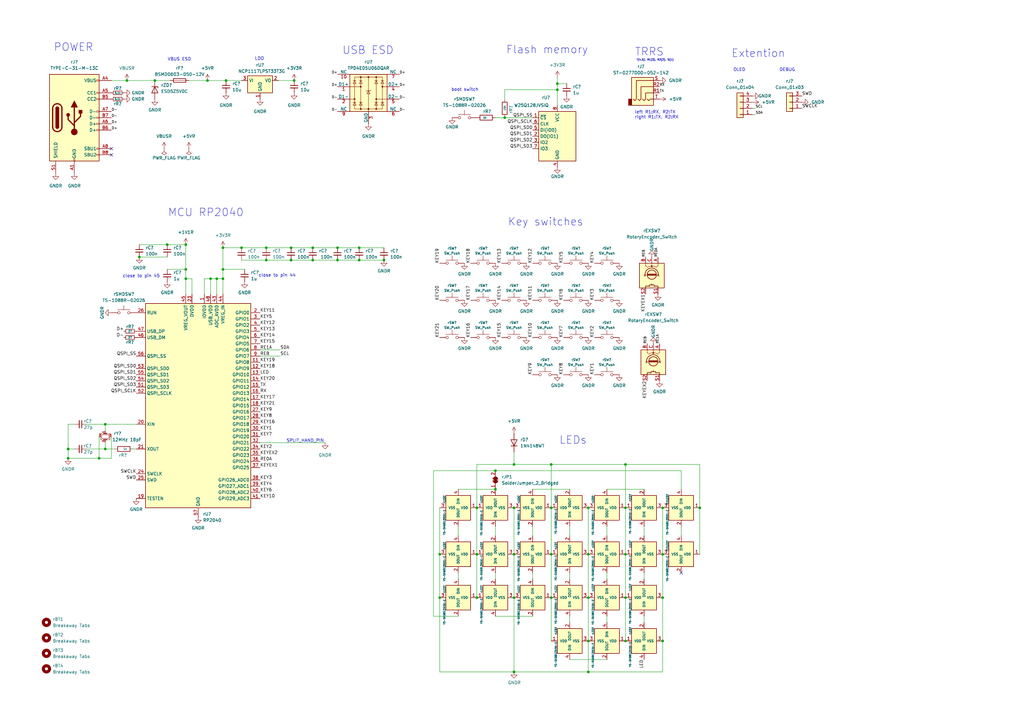
<source format=kicad_sch>
(kicad_sch (version 20231120) (generator "eeschema") (generator_version "8.0")
  (paper "A3")
  (title_block (title "Corne Right") (date "2023-10-07") (rev "4.0.0") (company "foostan"))
  (junction (at 27.94 184.15))
  (junction (at 228.6 36.83))
  (junction (at 180.34 245.11))
  (junction (at 226.06 227.33))
  (junction (at 210.82 245.11))
  (junction (at 91.44 114.3))
  (junction (at 241.3 227.33))
  (junction (at 256.54 227.33))
  (junction (at 128.27 101.6))
  (junction (at 40.64 187.96))
  (junction (at 195.58 208.28))
  (junction (at 43.18 184.15))
  (junction (at 226.06 245.11))
  (junction (at 271.78 262.89))
  (junction (at 271.78 245.11))
  (junction (at 256.54 262.89))
  (junction (at 157.48 106.68))
  (junction (at 91.44 110.49))
  (junction (at 76.2 100.33))
  (junction (at 241.3 245.11))
  (junction (at 92.71 33.02))
  (junction (at 228.6 34.29))
  (junction (at 210.82 190.5))
  (junction (at 57.15 105.41))
  (junction (at 27.94 187.96))
  (junction (at 99.06 101.6))
  (junction (at 88.9 114.3))
  (junction (at 138.43 106.68))
  (junction (at 271.78 208.28))
  (junction (at 52.07 33.02))
  (junction (at 109.22 101.6))
  (junction (at 120.65 33.02))
  (junction (at 226.06 190.5))
  (junction (at 210.82 227.33))
  (junction (at 203.2 193.04))
  (junction (at 203.2 200.66))
  (junction (at 241.3 208.28))
  (junction (at 128.27 106.68))
  (junction (at 207.01 48.26))
  (junction (at 256.54 208.28))
  (junction (at 119.38 106.68))
  (junction (at 86.36 114.3))
  (junction (at 109.22 106.68))
  (junction (at 68.58 100.33))
  (junction (at 256.54 190.5))
  (junction (at 76.2 114.3))
  (junction (at 91.44 101.6))
  (junction (at 287.02 208.28))
  (junction (at 241.3 262.89))
  (junction (at 85.09 33.02))
  (junction (at 256.54 245.11))
  (junction (at 210.82 275.59))
  (junction (at 226.06 208.28))
  (junction (at 63.5 33.02))
  (junction (at 241.3 275.59))
  (junction (at 119.38 101.6))
  (junction (at 147.32 101.6))
  (junction (at 43.18 173.99))
  (junction (at 195.58 245.11))
  (junction (at 180.34 227.33))
  (junction (at 147.32 106.68))
  (junction (at 195.58 227.33))
  (junction (at 210.82 208.28))
  (junction (at 271.78 227.33))
  (junction (at 76.2 110.49))
  (junction (at 138.43 101.6))
  (no_connect (at 45.72 63.5))
  (no_connect (at 279.4 234.95))
  (no_connect (at 45.72 60.96))
  (wire (pts (xy 91.44 101.6) (xy 99.06 101.6)))
  (wire (pts (xy 241.3 208.28) (xy 241.3 227.33)))
  (wire (pts (xy 106.68 146.05) (xy 114.935 146.05)))
  (wire (pts (xy 138.43 101.6) (xy 147.32 101.6)))
  (wire (pts (xy 83.82 114.3) (xy 86.36 114.3)))
  (wire (pts (xy 85.09 33.02) (xy 92.71 33.02)))
  (wire (pts (xy 210.82 227.33) (xy 210.82 245.11)))
  (wire (pts (xy 27.94 187.96) (xy 40.64 187.96)))
  (wire (pts (xy 241.3 262.89) (xy 241.3 275.59)))
  (wire (pts (xy 210.82 190.5) (xy 195.58 190.5)))
  (wire (pts (xy 180.34 245.11) (xy 180.34 275.59)))
  (wire (pts (xy 27.94 173.99) (xy 27.94 184.15)))
  (wire (pts (xy 147.32 106.68) (xy 157.48 106.68)))
  (wire (pts (xy 138.43 106.68) (xy 147.32 106.68)))
  (wire (pts (xy 256.54 227.33) (xy 256.54 245.11)))
  (wire (pts (xy 30.48 173.99) (xy 27.94 173.99)))
  (wire (pts (xy 226.06 245.11) (xy 226.06 262.89)))
  (wire (pts (xy 264.16 234.95) (xy 264.16 237.49)))
  (wire (pts (xy 106.68 181.61) (xy 133.35 181.61)))
  (wire (pts (xy 177.8 193.04) (xy 203.2 193.04)))
  (wire (pts (xy 114.3 33.02) (xy 120.65 33.02)))
  (wire (pts (xy 271.78 275.59) (xy 241.3 275.59)))
  (wire (pts (xy 43.18 184.15) (xy 43.18 181.61)))
  (wire (pts (xy 86.36 114.3) (xy 86.36 120.65)))
  (wire (pts (xy 233.68 252.73) (xy 233.68 255.27)))
  (wire (pts (xy 248.92 215.9) (xy 248.92 219.71)))
  (wire (pts (xy 180.34 208.28) (xy 180.34 227.33)))
  (wire (pts (xy 119.38 101.6) (xy 128.27 101.6)))
  (wire (pts (xy 218.44 234.95) (xy 218.44 237.49)))
  (wire (pts (xy 109.22 106.68) (xy 119.38 106.68)))
  (wire (pts (xy 68.58 110.49) (xy 76.2 110.49)))
  (wire (pts (xy 35.56 184.15) (xy 43.18 184.15)))
  (wire (pts (xy 76.2 110.49) (xy 76.2 114.3)))
  (wire (pts (xy 210.82 275.59) (xy 241.3 275.59)))
  (wire (pts (xy 91.44 114.3) (xy 88.9 114.3)))
  (wire (pts (xy 63.5 33.02) (xy 69.85 33.02)))
  (wire (pts (xy 76.2 100.33) (xy 76.2 110.49)))
  (wire (pts (xy 271.78 245.11) (xy 271.78 262.89)))
  (wire (pts (xy 91.44 120.65) (xy 91.44 114.3)))
  (wire (pts (xy 228.6 36.83) (xy 207.01 36.83)))
  (wire (pts (xy 91.44 101.6) (xy 91.44 110.49)))
  (wire (pts (xy 279.4 193.04) (xy 279.4 200.66)))
  (wire (pts (xy 43.18 176.53) (xy 43.18 173.99)))
  (wire (pts (xy 99.06 106.68) (xy 109.22 106.68)))
  (wire (pts (xy 233.68 237.49) (xy 233.68 234.95)))
  (wire (pts (xy 233.68 200.66) (xy 218.44 200.66)))
  (wire (pts (xy 256.54 245.11) (xy 256.54 262.89)))
  (wire (pts (xy 309.88 46.99) (xy 308.61 46.99)))
  (wire (pts (xy 27.94 184.15) (xy 30.48 184.15)))
  (wire (pts (xy 287.02 208.28) (xy 287.02 227.33)))
  (wire (pts (xy 241.3 227.33) (xy 241.3 245.11)))
  (wire (pts (xy 195.58 190.5) (xy 195.58 208.28)))
  (wire (pts (xy 45.72 187.96) (xy 40.64 187.96)))
  (wire (pts (xy 207.01 48.26) (xy 218.44 48.26)))
  (wire (pts (xy 203.2 252.73) (xy 218.44 252.73)))
  (wire (pts (xy 233.68 219.71) (xy 233.68 215.9)))
  (wire (pts (xy 177.8 193.04) (xy 177.8 252.73)))
  (wire (pts (xy 218.44 219.71) (xy 218.44 215.9)))
  (wire (pts (xy 264.16 215.9) (xy 264.16 219.71)))
  (wire (pts (xy 40.64 179.07) (xy 40.64 187.96)))
  (wire (pts (xy 86.36 114.3) (xy 88.9 114.3)))
  (wire (pts (xy 195.58 227.33) (xy 195.58 245.11)))
  (wire (pts (xy 271.78 208.28) (xy 271.78 227.33)))
  (wire (pts (xy 106.68 143.51) (xy 114.935 143.51)))
  (wire (pts (xy 57.15 105.41) (xy 68.58 105.41)))
  (wire (pts (xy 119.38 106.68) (xy 128.27 106.68)))
  (wire (pts (xy 68.58 100.33) (xy 76.2 100.33)))
  (wire (pts (xy 147.32 101.6) (xy 157.48 101.6)))
  (wire (pts (xy 91.44 110.49) (xy 91.44 114.3)))
  (wire (pts (xy 83.82 114.3) (xy 83.82 120.65)))
  (wire (pts (xy 43.18 173.99) (xy 55.88 173.99)))
  (wire (pts (xy 180.34 227.33) (xy 180.34 245.11)))
  (wire (pts (xy 210.82 208.28) (xy 210.82 227.33)))
  (wire (pts (xy 52.07 33.02) (xy 63.5 33.02)))
  (wire (pts (xy 88.9 114.3) (xy 88.9 120.65)))
  (wire (pts (xy 309.88 44.45) (xy 308.61 44.45)))
  (wire (pts (xy 279.4 215.9) (xy 279.4 219.71)))
  (wire (pts (xy 54.61 184.15) (xy 55.88 184.15)))
  (wire (pts (xy 45.72 33.02) (xy 52.07 33.02)))
  (wire (pts (xy 256.54 190.5) (xy 287.02 190.5)))
  (wire (pts (xy 256.54 190.5) (xy 256.54 208.28)))
  (wire (pts (xy 128.27 101.6) (xy 138.43 101.6)))
  (wire (pts (xy 76.2 120.65) (xy 76.2 114.3)))
  (wire (pts (xy 203.2 237.49) (xy 203.2 234.95)))
  (wire (pts (xy 45.72 179.07) (xy 45.72 187.96)))
  (wire (pts (xy 203.2 219.71) (xy 203.2 215.9)))
  (wire (pts (xy 203.2 193.04) (xy 279.4 193.04)))
  (wire (pts (xy 91.44 110.49) (xy 100.33 110.49)))
  (wire (pts (xy 241.3 245.11) (xy 241.3 262.89)))
  (wire (pts (xy 271.78 262.89) (xy 271.78 275.59)))
  (wire (pts (xy 109.22 101.6) (xy 119.38 101.6)))
  (wire (pts (xy 256.54 208.28) (xy 256.54 227.33)))
  (wire (pts (xy 228.6 36.83) (xy 228.6 43.18)))
  (wire (pts (xy 248.92 270.51) (xy 233.68 270.51)))
  (wire (pts (xy 187.96 234.95) (xy 187.96 237.49)))
  (wire (pts (xy 287.02 190.5) (xy 287.02 208.28)))
  (wire (pts (xy 228.6 31.75) (xy 228.6 34.29)))
  (wire (pts (xy 203.2 48.26) (xy 207.01 48.26)))
  (wire (pts (xy 210.82 190.5) (xy 226.06 190.5)))
  (wire (pts (xy 128.27 106.68) (xy 138.43 106.68)))
  (wire (pts (xy 195.58 208.28) (xy 195.58 227.33)))
  (wire (pts (xy 35.56 173.99) (xy 43.18 173.99)))
  (wire (pts (xy 228.6 34.29) (xy 232.41 34.29)))
  (wire (pts (xy 248.92 234.95) (xy 248.92 237.49)))
  (wire (pts (xy 203.2 200.66) (xy 187.96 200.66)))
  (wire (pts (xy 78.74 114.3) (xy 76.2 114.3)))
  (wire (pts (xy 92.71 33.02) (xy 99.06 33.02)))
  (wire (pts (xy 228.6 34.29) (xy 228.6 36.83)))
  (wire (pts (xy 271.78 227.33) (xy 271.78 245.11)))
  (wire (pts (xy 248.92 200.66) (xy 264.16 200.66)))
  (wire (pts (xy 226.06 208.28) (xy 226.06 227.33)))
  (wire (pts (xy 226.06 190.5) (xy 226.06 208.28)))
  (wire (pts (xy 210.82 185.42) (xy 210.82 190.5)))
  (wire (pts (xy 207.01 36.83) (xy 207.01 40.64)))
  (wire (pts (xy 99.06 101.6) (xy 109.22 101.6)))
  (wire (pts (xy 226.06 190.5) (xy 256.54 190.5)))
  (wire (pts (xy 43.18 184.15) (xy 46.99 184.15)))
  (wire (pts (xy 27.94 184.15) (xy 27.94 187.96)))
  (wire (pts (xy 57.15 100.33) (xy 68.58 100.33)))
  (wire (pts (xy 78.74 120.65) (xy 78.74 114.3)))
  (wire (pts (xy 226.06 227.33) (xy 226.06 245.11)))
  (wire (pts (xy 77.47 33.02) (xy 85.09 33.02)))
  (wire (pts (xy 180.34 275.59) (xy 210.82 275.59)))
  (wire (pts (xy 187.96 215.9) (xy 187.96 219.71)))
  (wire (pts (xy 187.96 252.73) (xy 177.8 252.73)))
  (wire (pts (xy 264.16 252.73) (xy 264.16 255.27)))
  (wire (pts (xy 210.82 245.11) (xy 210.82 275.59)))
  (wire (pts (xy 248.92 252.73) (xy 248.92 255.27)))
  (text "USB ESD" (at 140.335 22.606 0) (effects (font (size 3.175 3.175)) (justify left bottom)))
  (text "Flash memory" (at 207.518 22.352 0) (effects (font (size 3.175 3.175)) (justify left bottom)))
  (text "MCU RP2040" (at 68.834 89.154 0) (effects (font (size 3.175 3.175)) (justify left bottom)))
  (text "DEBUG" (at 319.659 29.464 0) (effects (font (size 1.27 1.27)) (justify left bottom)))
  (text "POWER\n" (at 21.971 21.336 0) (effects (font (size 3.175 3.175)) (justify left bottom)))
  (text "boot switch" (at 185.039 37.592 0) (effects (font (size 1.27 1.27)) (justify left bottom)))
  (text "LDO" (at 104.521 24.892 0) (effects (font (size 1.27 1.27)) (justify left bottom)))
  (text "Key switches" (at 208.28 92.964 0) (effects (font (size 3.175 3.175)) (justify left bottom)))
  (text "LEDs" (at 229.362 182.499 0) (effects (font (size 3.175 3.175)) (justify left bottom)))
  (text "Extention" (at 299.974 23.876 0) (effects (font (size 3.175 3.175)) (justify left bottom)))
  (text "TRRS" (at 260.35 23.241 0) (effects (font (size 3.175 3.175)) (justify left bottom)))
  (text "OLED" (at 300.736 29.464 0) (effects (font (size 1.27 1.27)) (justify left bottom)))
  (text "close to pin 45" (at 50.292 114.046 0) (effects (font (size 1.27 1.27)) (justify left bottom)))
  (text "close to pin 44" (at 106.045 113.792 0) (effects (font (size 1.27 1.27)) (justify left bottom)))
  (text "left R1:RX, R2:TX\nright R1:TX, R2:RX" (at 260.35 48.895 0) (effects (font (size 1.27 1.27)) (justify left bottom)))
  (text "SPLIT_HAND_PIN" (at 117.475 181.61 0) (effects (font (size 1.27 1.27)) (justify left bottom)))
  (text "T(4,5), R1(3), R2(2), S(1)\n" (at 260.985 25.146 0) (effects (font (size 0.762 0.762)) (justify left bottom)))
  (text "VBUS ESD" (at 68.707 25.146 0) (effects (font (size 1.27 1.27)) (justify left bottom)))
  (label "QSPI_SCLK" (at 55.88 161.29 180))
  (label "KEYEX2" (at 265.43 156.21 270))
  (label "SWCLK" (at 55.88 194.31 180))
  (label "TX" (at 106.68 158.75 0))
  (label "RX" (at 270.51 35.56 0) (effects (font (size 1 1))))
  (label "SCL" (at 309.88 44.45 0) (effects (font (size 1 1))))
  (label "RE0A" (at 269.875 105.41 90) (effects (font (size 1 1))))
  (label "KEY8" (at 106.68 171.45 0))
  (label "D+" (at 163.83 35.56 0) (effects (font (size 1 1))))
  (label "KEY19" (at 180.34 107.95 90))
  (label "D-" (at 45.72 45.72 0) (effects (font (size 1 1))))
  (label "KEY18" (at 106.68 151.13 0))
  (label "KEY4" (at 243.84 107.95 90))
  (label "KEY6" (at 231.14 123.19 90))
  (label "RE0A" (at 106.68 189.23 0))
  (label "RX" (at 106.68 161.29 0))
  (label "D-" (at 163.83 40.64 0) (effects (font (size 1 1))))
  (label "KEY14" (at 205.74 123.19 90))
  (label "KEY12" (at 218.44 107.95 90))
  (label "KEY20" (at 180.34 123.19 90))
  (label "QSPI_SD3" (at 55.88 158.75 180))
  (label "QSPI_SCLK" (at 218.44 50.8 180))
  (label "KEY16" (at 106.68 173.99 0))
  (label "QSPI_SD1" (at 218.44 55.88 180))
  (label "KEY3" (at 243.84 123.19 90))
  (label "KEY2" (at 243.84 138.43 90))
  (label "D-" (at 45.72 48.26 0) (effects (font (size 1 1))))
  (label "KEY16" (at 193.04 138.43 90))
  (label "KEY15" (at 205.74 138.43 90))
  (label "SWD" (at 55.88 196.85 180))
  (label "KEY11" (at 218.44 123.19 90))
  (label "SDA" (at 114.935 143.51 0))
  (label "KEY9" (at 106.68 168.91 0))
  (label "KEY18" (at 193.04 107.95 90))
  (label "D+" (at 138.43 35.56 180) (effects (font (size 1 1))))
  (label "D-" (at 163.83 45.72 0) (effects (font (size 1 1))))
  (label "QSPI_SD2" (at 218.44 58.42 180))
  (label "KEY17" (at 193.04 123.19 90))
  (label "QSPI_SD2" (at 55.88 156.21 180))
  (label "KEY13" (at 205.74 107.95 90))
  (label "KEY7" (at 106.68 179.07 0))
  (label "D+" (at 45.72 50.8 0) (effects (font (size 1 1))))
  (label "KEY10" (at 218.44 138.43 90))
  (label "KEY9" (at 218.44 153.67 90))
  (label "QSPI_SS" (at 218.44 48.26 180))
  (label "KEY5" (at 106.68 130.81 0))
  (label "REB" (at 106.68 146.05 0))
  (label "KEY1" (at 243.84 153.67 90))
  (label "SCL" (at 114.935 146.05 0))
  (label "KEY19" (at 106.68 148.59 0))
  (label "KEYEX1" (at 264.795 120.65 270))
  (label "KEY2" (at 106.68 184.15 0))
  (label "TX" (at 270.51 38.1 0) (effects (font (size 1 1))))
  (label "KEY12" (at 106.68 133.35 0))
  (label "QSPI_SS" (at 55.88 146.05 180))
  (label "KEY7" (at 231.14 138.43 90))
  (label "KEY4" (at 106.68 199.39 0))
  (label "QSPI_SD0" (at 218.44 53.34 180))
  (label "KEY15" (at 106.68 140.97 0))
  (label "KEY20" (at 106.68 156.21 0))
  (label "D-" (at 50.8 138.43 180))
  (label "SWD" (at 328.93 39.37 0))
  (label "KEY21" (at 180.34 138.43 90))
  (label "REB" (at 265.43 140.97 90) (effects (font (size 1 1))))
  (label "KEY17" (at 106.68 163.83 0))
  (label "RE1A" (at 270.51 140.97 90) (effects (font (size 1 1))))
  (label "KEY14" (at 106.68 138.43 0))
  (label "D+" (at 163.83 30.48 0) (effects (font (size 1 1))))
  (label "KEY1" (at 106.68 176.53 0))
  (label "LED" (at 264.16 270.51 270))
  (label "KEYEX2" (at 106.68 186.69 0))
  (label "REB" (at 264.795 105.41 90) (effects (font (size 1 1))))
  (label "KEY21" (at 106.68 166.37 0))
  (label "D-" (at 138.43 45.72 180) (effects (font (size 1 1))))
  (label "SWCLK" (at 328.93 44.45 0))
  (label "SDA" (at 309.88 46.99 0) (effects (font (size 1 1))))
  (label "KEYEX1" (at 106.68 191.77 0))
  (label "QSPI_SD3" (at 218.44 60.96 180))
  (label "D+" (at 138.43 30.48 180) (effects (font (size 1 1))))
  (label "D+" (at 50.8 135.89 180))
  (label "KEY13" (at 106.68 135.89 0))
  (label "KEY3" (at 106.68 196.85 0))
  (label "D+" (at 45.72 53.34 0) (effects (font (size 1 1))))
  (label "KEY11" (at 106.68 128.27 0))
  (label "KEY5" (at 231.14 107.95 90))
  (label "D-" (at 138.43 40.64 180) (effects (font (size 1 1))))
  (label "KEY10" (at 106.68 204.47 0))
  (label "KEY6" (at 106.68 201.93 0))
  (label "QSPI_SD0" (at 55.88 151.13 180))
  (label "RE1A" (at 106.68 143.51 0))
  (label "LED" (at 106.68 153.67 0))
  (label "KEY8" (at 231.14 153.67 90))
  (label "QSPI_SD1" (at 55.88 153.67 180))
  (symbol (lib_id "kbd:GNDR") (at 328.93 41.91 90) (unit 1)
    (property "Reference" "#PWR?" (effects (hide yes)))
    (property "Value" "GNDR" (at 332.74 41.91 90) (effects (justify right)))
  )
  (symbol (lib_id "kbd_local:YS-SK6812MINI-E") (at 233.68 245.11 90) (unit 1)
    (property "Reference" "rLED?" (at 227.965 243.205 0) (effects (font (size 0.7366 0.7366)) (justify left)))
    (property "Value" "YS-SK6812MINI-E" (at 227.965 255.905 0) (effects (font (size 0.7366 0.7366)) (justify left)))
    (property "Footprint" "kbd_local:YS-SK6812MINI-E" (effects (hide yes)))
  )
  (symbol (lib_id "Device:C_Small") (at 33.02 184.15 270) (unit 1)
    (property "Reference" "rC?" (at 34.29 182.88 90) (effects (justify left)))
    (property "Value" "27p" (at 34.29 185.42 90) (effects (justify left)))
    (property "Footprint" "Capacitor_SMD:C_0402_1005Metric" (effects (hide yes)))
  )
  (symbol (lib_id "kbd:+3V3R") (at 120.65 33.02 0) (unit 1)
    (property "Reference" "#PWR070" (effects (hide yes)))
    (property "Value" "+3V3R" (at 120.65 27.94 0))
  )
  (symbol (lib_id "kbd:GNDR") (at 63.5 40.64 0) (unit 1)
    (property "Reference" "#PWR?" (effects (hide yes)))
    (property "Value" "GNDR" (at 63.5 45.085 0))
  )
  (symbol (lib_id "kbd:GNDR") (at 241.3 123.19 0) (unit 1)
    (property "Reference" "#PWR?" (effects (hide yes)))
    (property "Value" "GNDR" (at 241.3 127.635 0))
  )
  (symbol (lib_id "Switch:SW_Push") (at 236.22 123.19 0) (unit 1)
    (property "Reference" "rSW?" (at 236.22 117.094 0) (effects (font (size 1 1))))
    (property "Value" "SW_Push" (at 236.22 119.126 0) (effects (font (size 1 1))))
    (property "Footprint" "kbd:keyswitch_cherrymx_hotswap_1u" (effects (hide yes)))
  )
  (symbol (lib_name "SW_Push_1") (lib_id "Switch:SW_Push") (at 248.92 107.95 0) (unit 1)
    (property "Reference" "rSW?" (at 248.92 101.854 0) (effects (font (size 1 1))))
    (property "Value" "SW_Push" (at 248.92 103.886 0) (effects (font (size 1 1))))
    (property "Footprint" "kbd:keyswitch_cherrymx_hotswap_1u" (effects (hide yes)))
  )
  (symbol (lib_id "kbd:GNDR") (at 215.9 107.95 0) (unit 1)
    (property "Reference" "#PWR?" (effects (hide yes)))
    (property "Value" "GNDR" (at 215.9 112.395 0))
  )
  (symbol (lib_id "kbd:GNDR") (at 241.3 153.67 0) (unit 1)
    (property "Reference" "#PWR?" (effects (hide yes)))
    (property "Value" "GNDR" (at 241.3 158.115 0))
  )
  (symbol (lib_id "Regulator_Linear:NCP1117-3.3_SOT223") (at 106.68 33.02 0) (unit 1)
    (property "Reference" "rU?" (at 106.68 26.67 0))
    (property "Value" "NCP1117LPST33T3G" (at 107.315 29.21 0))
    (property "Footprint" "Package_TO_SOT_SMD:SOT-223-3_TabPin2" (effects (hide yes)))
    (property "Datasheet" "http://www.onsemi.com/pub_link/Collateral/NCP1117-D.PDF" (effects (hide yes)))
    (property "JLCPCB Part #" "C146799" (effects (hide yes)))
  )
  (symbol (lib_id "kbd_local:YS-SK6812MINI-E") (at 248.92 208.28 270) (unit 1)
    (property "Reference" "rLED?" (at 243.205 203.2 0) (effects (font (size 0.7366 0.7366)) (justify left)))
    (property "Value" "YS-SK6812MINI-E" (at 243.205 208.915 0) (effects (font (size 0.7366 0.7366)) (justify left)))
    (property "Footprint" "kbd_local:YS-SK6812MINI-E" (effects (hide yes)))
  )
  (symbol (lib_id "kbd_local:VBUSR") (at 67.31 60.96 0) (unit 1)
    (property "Reference" "#PWR065" (effects (hide yes)))
    (property "Value" "VBUSR" (at 67.31 55.88 0))
  )
  (symbol (lib_id "kbd:GNDR") (at 267.97 140.97 180) (unit 1)
    (property "Reference" "#PWR?" (effects (hide yes)))
    (property "Value" "GNDR" (at 267.97 135.89 90))
  )
  (symbol (lib_id "Device:Fuse") (at 73.66 33.02 90) (unit 1)
    (property "Reference" "rF?" (at 73.66 27.94 90))
    (property "Value" "BSMD0603-050-12V" (at 73.66 30.48 90))
    (property "Footprint" "Fuse:Fuse_0603_1608Metric" (effects (hide yes)))
    (property "Description" "12V 500mA 40A 1A 0603 Resettable Fuses ROHS" (effects (hide yes)))
    (property "JLCPCB Part #" "C2844464" (effects (hide yes)))
  )
  (symbol (lib_id "kbd:GNDR") (at 215.9 123.19 0) (unit 1)
    (property "Reference" "#PWR?" (effects (hide yes)))
    (property "Value" "GNDR" (at 215.9 127.635 0))
  )
  (symbol (lib_id "Connector:USB_C_Receptacle_USB2.0") (at 30.48 48.26 0) (unit 1)
    (property "Reference" "rJ?" (at 30.48 25.4 0))
    (property "Value" "TYPE-C-31-M-13C" (at 30.48 27.94 0))
    (property "Footprint" "kbd_local:TYPE-C-31-M-13C" (effects (hide yes)))
    (property "Datasheet" "https://www.usb.org/sites/default/files/documents/usb_type-c.zip" (effects (hide yes)))
    (property "JLCPCB Part #" "C2848620" (effects (hide yes)))
  )
  (symbol (lib_id "kbd:GNDR") (at 22.86 71.12 0) (unit 1)
    (property "Reference" "#PWR?" (effects (hide yes)))
    (property "Value" "GNDR" (at 22.86 76.2 0))
  )
  (symbol (lib_id "kbd:GNDR") (at 81.28 212.09 0) (unit 1)
    (property "Reference" "#PWR?" (effects (hide yes)))
    (property "Value" "GNDR" (at 81.28 216.535 0))
  )
  (symbol (lib_id "Device:RotaryEncoder_Switch") (at 267.97 148.59 270) (unit 1)
    (property "Reference" "rEXSW?" (at 267.97 128.905 90))
    (property "Value" "RotaryEncoder_Switch" (at 267.97 131.445 90))
    (property "Footprint" "kbd_local:keyswitch_cherrymx_hotswap_1u_rotary_encoder_ec12" (effects (hide yes)))
  )
  (symbol (lib_id "kbd:GNDR") (at 50.8 40.64 90) (unit 1)
    (property "Reference" "#PWR?" (effects (hide yes)))
    (property "Value" "GNDR" (at 53.975 40.64 90) (effects (justify right)))
  )
  (symbol (lib_id "Switch:SW_Push") (at 236.22 107.95 0) (unit 1)
    (property "Reference" "rSW?" (at 236.22 101.854 0) (effects (font (size 1 1))))
    (property "Value" "SW_Push" (at 236.22 103.886 0) (effects (font (size 1 1))))
    (property "Footprint" "kbd:keyswitch_cherrymx_hotswap_1u" (effects (hide yes)))
  )
  (symbol (lib_id "kbd:GNDR") (at 190.5 107.95 0) (unit 1)
    (property "Reference" "#PWR?" (effects (hide yes)))
    (property "Value" "GNDR" (at 190.5 112.395 0))
  )
  (symbol (lib_id "kbd_local:YS-SK6812MINI-E") (at 203.2 208.28 90) (unit 1)
    (property "Reference" "rLED?" (at 197.485 206.375 0) (effects (font (size 0.7366 0.7366)) (justify left)))
    (property "Value" "YS-SK6812MINI-E" (at 197.485 219.71 0) (effects (font (size 0.7366 0.7366)) (justify left)))
    (property "Footprint" "kbd_local:YS-SK6812MINI-E" (effects (hide yes)))
  )
  (symbol (lib_id "Switch:SW_Push") (at 198.12 138.43 0) (unit 1)
    (property "Reference" "rSW?" (at 198.12 132.334 0) (effects (font (size 1 1))))
    (property "Value" "SW_Push" (at 198.12 134.366 0) (effects (font (size 1 1))))
    (property "Footprint" "kbd:keyswitch_cherrymx_hotswap_1u" (effects (hide yes)))
  )
  (symbol (lib_id "kbd:+5VR") (at 210.82 177.8 0) (unit 1)
    (property "Reference" "#PWR069" (effects (hide yes)))
    (property "Value" "+5VR" (at 210.82 172.72 0))
  )
  (symbol (lib_id "kbd_local:YS-SK6812MINI-E") (at 233.68 227.33 90) (unit 1)
    (property "Reference" "rLED?" (at 227.965 225.425 0) (effects (font (size 0.7366 0.7366)) (justify left)))
    (property "Value" "YS-SK6812MINI-E" (at 227.965 238.125 0) (effects (font (size 0.7366 0.7366)) (justify left)))
    (property "Footprint" "kbd_local:YS-SK6812MINI-E" (effects (hide yes)))
  )
  (symbol (lib_id "kbd:GNDR") (at 254 138.43 0) (unit 1)
    (property "Reference" "#PWR?" (effects (hide yes)))
    (property "Value" "GNDR" (at 254 142.875 0))
  )
  (symbol (lib_id "kbd:GNDR") (at 151.13 50.8 0) (unit 1)
    (property "Reference" "#PWR?" (effects (hide yes)))
    (property "Value" "GNDR" (at 151.13 55.88 0))
  )
  (symbol (lib_id "kbd:GNDR") (at 269.875 120.65 0) (unit 1)
    (property "Reference" "#PWR?" (effects (hide yes)))
    (property "Value" "GNDR" (at 269.875 125.095 0))
  )
  (symbol (lib_id "Switch:SW_Push") (at 210.82 138.43 0) (unit 1)
    (property "Reference" "rSW?" (at 210.82 132.334 0) (effects (font (size 1 1))))
    (property "Value" "SW_Push" (at 210.82 134.366 0) (effects (font (size 1 1))))
    (property "Footprint" "kbd:keyswitch_cherrymx_hotswap_1u" (effects (hide yes)))
  )
  (symbol (lib_id "Device:R_Small") (at 48.26 40.64 270) (unit 1)
    (property "Reference" "rR?" (at 48.26 42.545 90))
    (property "Value" "5.1k" (at 48.26 40.64 90) (effects (font (size 0.762 0.762))))
    (property "Footprint" "Resistor_SMD:R_0402_1005Metric" (effects (hide yes)))
  )
  (symbol (lib_id "Diode:1N4148WT") (at 210.82 181.61 90) (unit 1)
    (property "Reference" "rD?" (at 213.36 180.34 90) (effects (justify right)))
    (property "Value" "1N4148WT" (at 213.36 182.88 90) (effects (justify right)))
    (property "Footprint" "Diode_SMD:D_SOD-523" (effects (hide yes)))
    (property "Datasheet" "https://www.diodes.com/assets/Datasheets/ds30396.pdf" (effects (hide yes)))
    (property "JLCPCB Part #" "C232841" (effects (hide yes)))
  )
  (symbol (lib_id "Device:Crystal_GND24_Small") (at 43.18 179.07 270) (unit 1)
    (property "Reference" "rY?" (at 48.26 177.8 90))
    (property "Value" "12MHz 18pF" (at 52.07 180.34 90))
    (property "Footprint" "Crystal:Crystal_SMD_3225-4Pin_3.2x2.5mm" (effects (hide yes)))
    (property "Description" "12MHz 18pF ±20ppm SMD3225-4P Crystals ROHS" (effects (hide yes)))
    (property "MFR.Part #" "Q22FA23V0041800" (effects (hide yes)))
    (property "JLCPCB Part #" "C91749" (effects (hide yes)))
  )
  (symbol (lib_id "kbd_local:YS-SK6812MINI-E") (at 248.92 245.11 270) (unit 1)
    (property "Reference" "rLED?" (at 243.205 239.395 0) (effects (font (size 0.7366 0.7366)) (justify left)))
    (property "Value" "YS-SK6812MINI-E" (at 243.205 245.745 0) (effects (font (size 0.7366 0.7366)) (justify left)))
    (property "Footprint" "kbd_local:YS-SK6812MINI-E" (effects (hide yes)))
  )
  (symbol (lib_id "Switch:SW_Push") (at 248.92 153.67 0) (unit 1)
    (property "Reference" "rSW?" (at 248.92 147.574 0) (effects (font (size 1 1))))
    (property "Value" "SW_Push" (at 248.92 149.606 0) (effects (font (size 1 1))))
    (property "Footprint" "kbd:keyswitch_cherrymx_hotswap_1.5u" (effects (hide yes)))
  )
  (symbol (lib_id "kbd:GNDR") (at 215.9 138.43 0) (unit 1)
    (property "Reference" "#PWR?" (effects (hide yes)))
    (property "Value" "GNDR" (at 215.9 142.875 0))
  )
  (symbol (lib_id "kbd:GNDR") (at 185.42 48.26 0) (unit 1)
    (property "Reference" "#PWR?" (effects (hide yes)))
    (property "Value" "GNDR" (at 185.42 52.07 0))
  )
  (symbol (lib_id "Mechanical:MountingHole") (at 19.05 274.32 0) (unit 1)
    (property "Reference" "rBT4" (at 21.59 273.05 0) (effects (justify left)))
    (property "Value" "Breakaway Tabs" (at 21.59 275.59 0) (effects (justify left)))
    (property "Footprint" "kbd_local:Breakaway_Tabs" (effects (hide yes)))
  )
  (symbol (lib_id "Device:C_Small") (at 57.15 102.87 0) (unit 1)
    (property "Reference" "rC?" (at 59.69 101.6 0) (effects (justify left)))
    (property "Value" "100n" (at 59.69 104.14 0) (effects (justify left)))
    (property "Footprint" "Capacitor_SMD:C_0402_1005Metric" (effects (hide yes)))
  )
  (symbol (lib_id "Diode:ESD5Zxx") (at 63.5 36.83 270) (unit 1)
    (property "Reference" "rZD?" (at 66.04 34.925 90) (effects (justify left)))
    (property "Value" "ESD5Z5V0C" (at 66.04 37.465 90) (effects (justify left)))
    (property "Footprint" "Diode_SMD:D_SOD-523" (effects (hide yes)))
    (property "Datasheet" "https://www.onsemi.com/pdf/datasheet/esd5z2.5t1-d.pdf" (effects (hide yes)))
    (property "JLCPCB Part #" "C2901325" (effects (hide yes)))
  )
  (symbol (lib_id "kbd_local:VBUSR") (at 52.07 33.02 0) (unit 1)
    (property "Reference" "#PWR066" (effects (hide yes)))
    (property "Value" "VBUSR" (at 52.07 27.94 0))
  )
  (symbol (lib_id "kbd_local:YS-SK6812MINI-E") (at 248.92 262.89 270) (unit 1)
    (property "Reference" "rLED?" (at 243.205 257.175 0) (effects (font (size 0.7366 0.7366)) (justify left)))
    (property "Value" "YS-SK6812MINI-E" (at 243.205 263.525 0) (effects (font (size 0.7366 0.7366)) (justify left)))
    (property "Footprint" "kbd_local:YS-SK6812MINI-E" (effects (hide yes)))
  )
  (symbol (lib_id "kbd:GNDR") (at 55.88 204.47 0) (unit 1)
    (property "Reference" "#PWR?" (effects (hide yes)))
    (property "Value" "GNDR" (at 55.88 208.915 0))
  )
  (symbol (lib_id "Device:C_Small") (at 68.58 102.87 0) (unit 1)
    (property "Reference" "rC?" (at 71.12 101.6 0) (effects (justify left)))
    (property "Value" "100n" (at 71.12 104.14 0) (effects (justify left)))
    (property "Footprint" "Capacitor_SMD:C_0402_1005Metric" (effects (hide yes)))
  )
  (symbol (lib_id "kbd:GNDR") (at 241.3 138.43 0) (unit 1)
    (property "Reference" "#PWR?" (effects (hide yes)))
    (property "Value" "GNDR" (at 241.3 142.875 0))
  )
  (symbol (lib_id "kbd_local:YS-SK6812MINI-E") (at 233.68 208.28 90) (unit 1)
    (property "Reference" "rLED?" (at 227.965 206.375 0) (effects (font (size 0.7366 0.7366)) (justify left)))
    (property "Value" "YS-SK6812MINI-E" (at 227.965 219.075 0) (effects (font (size 0.7366 0.7366)) (justify left)))
    (property "Footprint" "kbd_local:YS-SK6812MINI-E" (effects (hide yes)))
  )
  (symbol (lib_id "kbd_local:YS-SK6812MINI-E") (at 264.16 208.28 90) (unit 1)
    (property "Reference" "rLED?" (at 258.445 205.74 0) (effects (font (size 0.7366 0.7366)) (justify left)))
    (property "Value" "YS-SK6812MINI-E" (at 258.445 219.075 0) (effects (font (size 0.7366 0.7366)) (justify left)))
    (property "Footprint" "kbd_local:YS-SK6812MINI-E" (effects (hide yes)))
  )
  (symbol (lib_id "kbd:GNDR") (at 254 123.19 0) (unit 1)
    (property "Reference" "#PWR?" (effects (hide yes)))
    (property "Value" "GNDR" (at 254 127.635 0))
  )
  (symbol (lib_id "Device:C_Small") (at 100.33 113.03 0) (unit 1)
    (property "Reference" "rC?" (at 102.87 111.76 0) (effects (justify left)))
    (property "Value" "1u" (at 102.87 114.3 0) (effects (justify left)))
    (property "Footprint" "Capacitor_SMD:C_0402_1005Metric" (effects (hide yes)))
  )
  (symbol (lib_id "Switch:SW_Push") (at 198.12 123.19 0) (unit 1)
    (property "Reference" "rSW?" (at 198.12 117.094 0) (effects (font (size 1 1))))
    (property "Value" "SW_Push" (at 198.12 119.126 0) (effects (font (size 1 1))))
    (property "Footprint" "kbd:keyswitch_cherrymx_hotswap_1u" (effects (hide yes)))
  )
  (symbol (lib_id "Device:C_Small") (at 128.27 104.14 0) (unit 1)
    (property "Reference" "rC?" (at 130.81 102.87 0) (effects (justify left)))
    (property "Value" "100n" (at 131.445 105.41 0) (effects (justify left)))
    (property "Footprint" "Capacitor_SMD:C_0402_1005Metric" (effects (hide yes)))
  )
  (symbol (lib_id "Switch:SW_Push") (at 185.42 138.43 0) (unit 1)
    (property "Reference" "rSW?" (at 185.42 132.334 0) (effects (font (size 1 1))))
    (property "Value" "SW_Push" (at 185.42 134.366 0) (effects (font (size 1 1))))
    (property "Footprint" "kbd:keyswitch_cherrymx_hotswap_1u" (effects (hide yes)))
  )
  (symbol (lib_id "kbd:GNDR") (at 57.15 105.41 0) (unit 1)
    (property "Reference" "#PWR?" (effects (hide yes)))
    (property "Value" "GNDR" (at 57.15 109.855 0))
  )
  (symbol (lib_id "kbd:GNDR") (at 106.68 40.64 0) (unit 1)
    (property "Reference" "#PWR?" (effects (hide yes)))
    (property "Value" "GNDR" (at 106.68 45.72 0))
  )
  (symbol (lib_id "kbd:GNDR") (at 210.82 275.59 0) (unit 1)
    (property "Reference" "#PWR?" (effects (hide yes)))
    (property "Value" "GNDR" (at 210.947 279.9842 0))
  )
  (symbol (lib_id "kbd:+1V1R") (at 76.2 100.33 0) (unit 1)
    (property "Reference" "#PWR073" (effects (hide yes)))
    (property "Value" "+1V1R" (at 76.2 95.25 0))
  )
  (symbol (lib_id "kbd:GNDR") (at 270.51 33.02 90) (unit 1)
    (property "Reference" "#PWR?" (effects (hide yes)))
    (property "Value" "GNDR" (at 274.32 33.02 90) (effects (justify right)))
  )
  (symbol (lib_id "kbd:+5VR") (at 85.09 33.02 0) (unit 1)
    (property "Reference" "#PWR068" (effects (hide yes)))
    (property "Value" "+5VR" (at 85.09 27.94 0))
  )
  (symbol (lib_id "kbd:GNDR") (at 254 107.95 0) (unit 1)
    (property "Reference" "#PWR?" (effects (hide yes)))
    (property "Value" "GNDR" (at 254 112.395 0))
  )
  (symbol (lib_id "Switch:SW_Push") (at 223.52 153.67 0) (unit 1)
    (property "Reference" "rSW?" (at 223.52 147.574 0) (effects (font (size 1 1))))
    (property "Value" "SW_Push" (at 223.52 149.606 0) (effects (font (size 1 1))))
    (property "Footprint" "kbd:keyswitch_cherrymx_hotswap_1u" (effects (hide yes)))
  )
  (symbol (lib_id "Device:C_Small") (at 119.38 104.14 0) (unit 1)
    (property "Reference" "rC?" (at 121.92 102.87 0) (effects (justify left)))
    (property "Value" "100n" (at 121.92 105.41 0) (effects (justify left)))
    (property "Footprint" "Capacitor_SMD:C_0402_1005Metric" (effects (hide yes)))
  )
  (symbol (lib_id "Switch:SW_Push") (at 185.42 107.95 0) (unit 1)
    (property "Reference" "rSW?" (at 185.42 101.854 0) (effects (font (size 1 1))))
    (property "Value" "SW_Push" (at 185.42 103.886 0) (effects (font (size 1 1))))
    (property "Footprint" "kbd:keyswitch_cherrymx_hotswap_1u" (effects (hide yes)))
  )
  (symbol (lib_id "Power_Protection:TPD4EUSB30") (at 151.13 38.1 0) (unit 1)
    (property "Reference" "rU?" (at 151.13 25.4 0))
    (property "Value" "TPD4E05U06DQAR" (at 151.13 27.94 0))
    (property "Footprint" "Package_SON:USON-10_2.5x1.0mm_P0.5mm" (effects (hide yes)))
    (property "Datasheet" "http://www.ti.com/lit/ds/symlink/tpd2eusb30a.pdf" (effects (hide yes)))
    (property "JLCPCB Part #" "C138714" (effects (hide yes)))
  )
  (symbol (lib_id "Device:C_Small") (at 33.02 173.99 270) (unit 1)
    (property "Reference" "rC?" (at 34.29 172.72 90) (effects (justify left)))
    (property "Value" "27p" (at 34.29 175.26 90) (effects (justify left)))
    (property "Footprint" "Capacitor_SMD:C_0402_1005Metric" (effects (hide yes)))
  )
  (symbol (lib_id "kbd:GNDR") (at 30.48 71.12 0) (unit 1)
    (property "Reference" "#PWR?" (effects (hide yes)))
    (property "Value" "GNDR" (at 30.48 76.2 0))
  )
  (symbol (lib_id "Device:RotaryEncoder_Switch") (at 267.335 113.03 270) (unit 1)
    (property "Reference" "rEXSW?" (at 267.335 94.615 90))
    (property "Value" "RotaryEncoder_Switch" (at 267.335 97.155 90))
    (property "Footprint" "kbd_local:keyswitch_cherrymx_hotswap_1u_rotary_encoder_ec12" (effects (hide yes)))
  )
  (symbol (lib_id "Switch:SW_Push") (at 248.92 138.43 0) (unit 1)
    (property "Reference" "rSW?" (at 248.92 132.334 0) (effects (font (size 1 1))))
    (property "Value" "SW_Push" (at 248.92 134.366 0) (effects (font (size 1 1))))
    (property "Footprint" "kbd:keyswitch_cherrymx_hotswap_1u" (effects (hide yes)))
  )
  (symbol (lib_id "kbd:+5VR") (at 308.61 41.91 270) (unit 1)
    (property "Reference" "#PWR075" (effects (hide yes)))
    (property "Value" "+5VR" (at 312.42 41.91 90) (effects (justify left)))
  )
  (symbol (lib_id "Device:C_Small") (at 92.71 35.56 0) (unit 1)
    (property "Reference" "rC?" (at 95.25 34.29 0) (effects (justify left)))
    (property "Value" "10u" (at 95.25 36.83 0) (effects (justify left)))
    (property "Footprint" "Capacitor_SMD:C_0402_1005Metric" (effects (hide yes)))
  )
  (symbol (lib_id "kbd:GNDR") (at 308.61 39.37 90) (unit 1)
    (property "Reference" "#PWR?" (effects (hide yes)))
    (property "Value" "GNDR" (at 313.69 39.37 90))
  )
  (symbol (lib_id "Switch:SW_Push") (at 210.82 107.95 0) (unit 1)
    (property "Reference" "rSW?" (at 210.82 101.854 0) (effects (font (size 1 1))))
    (property "Value" "SW_Push" (at 210.82 103.886 0) (effects (font (size 1 1))))
    (property "Footprint" "kbd:keyswitch_cherrymx_hotswap_1u" (effects (hide yes)))
  )
  (symbol (lib_id "kbd:GNDR") (at 120.65 38.1 0) (unit 1)
    (property "Reference" "#PWR?" (effects (hide yes)))
    (property "Value" "GNDR" (at 120.65 43.18 0))
  )
  (symbol (lib_id "Device:R") (at 50.8 184.15 90) (unit 1)
    (property "Reference" "rR?" (at 52.07 186.69 90) (effects (justify left)))
    (property "Value" "1k" (at 52.07 184.15 90) (effects (font (size 0.762 0.762)) (justify left)))
    (property "Footprint" "Resistor_SMD:R_0402_1005Metric" (effects (hide yes)))
  )
  (symbol (lib_id "kbd_local:YS-SK6812MINI-E") (at 279.4 208.28 270) (unit 1)
    (property "Reference" "rEXLED?" (at 273.685 202.565 0) (effects (font (size 0.7366 0.7366)) (justify left)))
    (property "Value" "YS-SK6812MINI-E" (at 273.685 208.915 0) (effects (font (size 0.7366 0.7366)) (justify left)))
    (property "Footprint" "kbd_local:YS-SK6812MINI-E" (effects (hide yes)))
  )
  (symbol (lib_id "kbd:+5VR") (at 270.51 40.64 270) (unit 1)
    (property "Reference" "#PWR074" (effects (hide yes)))
    (property "Value" "+5VR" (at 274.32 40.64 90) (effects (justify left)))
  )
  (symbol (lib_id "Device:R") (at 207.01 44.45 180) (unit 1)
    (property "Reference" "rR?" (at 209.55 43.18 90) (effects (justify left)))
    (property "Value" "10k" (at 207.01 43.18 90) (effects (font (size 0.762 0.762)) (justify left)))
    (property "Footprint" "Resistor_SMD:R_0402_1005Metric" (effects (hide yes)))
  )
  (symbol (lib_id "kbd_local:YS-SK6812MINI-E") (at 233.68 262.89 90) (unit 1)
    (property "Reference" "rLED?" (at 227.965 260.35 0) (effects (font (size 0.7366 0.7366)) (justify left)))
    (property "Value" "YS-SK6812MINI-E" (at 227.965 273.685 0) (effects (font (size 0.7366 0.7366)) (justify left)))
    (property "Footprint" "kbd_local:YS-SK6812MINI-E" (effects (hide yes)))
  )
  (symbol (lib_id "kbd_local:YS-SK6812MINI-E") (at 187.96 245.11 270) (unit 1)
    (property "Reference" "rLED?" (at 182.245 240.03 0) (effects (font (size 0.7366 0.7366)) (justify left)))
    (property "Value" "YS-SK6812MINI-E" (at 182.245 245.745 0) (effects (font (size 0.7366 0.7366)) (justify left)))
    (property "Footprint" "kbd_local:YS-SK6812MINI-E" (effects (hide yes)))
  )
  (symbol (lib_id "Switch:SW_Push") (at 236.22 138.43 0) (unit 1)
    (property "Reference" "rSW?" (at 236.22 132.334 0) (effects (font (size 1 1))))
    (property "Value" "SW_Push" (at 236.22 134.366 0) (effects (font (size 1 1))))
    (property "Footprint" "kbd:keyswitch_cherrymx_hotswap_1u" (effects (hide yes)))
  )
  (symbol (lib_id "kbd:GNDR") (at 203.2 107.95 0) (unit 1)
    (property "Reference" "#PWR?" (effects (hide yes)))
    (property "Value" "GNDR" (at 203.2 112.395 0))
  )
  (symbol (lib_id "kbd:GNDR") (at 45.72 128.27 270) (unit 1)
    (property "Reference" "#PWR?" (effects (hide yes)))
    (property "Value" "GNDR" (at 41.91 128.27 0))
  )
  (symbol (lib_id "Switch:SW_Push") (at 50.8 128.27 0) (unit 1)
    (property "Reference" "rSMDSW?" (at 50.8 120.65 0))
    (property "Value" "TS-1088R-02026" (at 50.8 123.19 0))
    (property "Footprint" "kbd_local:TS-1088R-02026" (effects (hide yes)))
    (property "JLCPCB Part #" "C455280" (effects (hide yes)))
  )
  (symbol (lib_id "Switch:SW_Push") (at 210.82 123.19 0) (unit 1)
    (property "Reference" "rSW?" (at 210.82 117.094 0) (effects (font (size 1 1))))
    (property "Value" "SW_Push" (at 210.82 119.126 0) (effects (font (size 1 1))))
    (property "Footprint" "kbd:keyswitch_cherrymx_hotswap_1u" (effects (hide yes)))
  )
  (symbol (lib_id "kbd:+3V3R") (at 91.44 101.6 0) (unit 1)
    (property "Reference" "#PWR072" (effects (hide yes)))
    (property "Value" "+3V3R" (at 91.44 96.52 0))
  )
  (symbol (lib_id "kbd_local:YS-SK6812MINI-E") (at 264.16 245.11 90) (unit 1)
    (property "Reference" "rLED?" (at 258.445 242.57 0) (effects (font (size 0.7366 0.7366)) (justify left)))
    (property "Value" "YS-SK6812MINI-E" (at 258.445 255.905 0) (effects (font (size 0.7366 0.7366)) (justify left)))
    (property "Footprint" "kbd_local:YS-SK6812MINI-E" (effects (hide yes)))
  )
  (symbol (lib_id "Device:C_Small") (at 99.06 104.14 0) (unit 1)
    (property "Reference" "rC?" (at 101.6 102.87 0) (effects (justify left)))
    (property "Value" "100n" (at 101.6 105.41 0) (effects (justify left)))
    (property "Footprint" "Capacitor_SMD:C_0402_1005Metric" (effects (hide yes)))
  )
  (symbol (lib_id "Device:C_Small") (at 232.41 36.83 0) (unit 1)
    (property "Reference" "rC?" (at 234.95 35.56 0) (effects (justify left)))
    (property "Value" "1u" (at 234.95 38.1 0) (effects (justify left)))
    (property "Footprint" "Capacitor_SMD:C_0402_1005Metric" (effects (hide yes)))
  )
  (symbol (lib_id "kbd:GNDR") (at 92.71 38.1 0) (unit 1)
    (property "Reference" "#PWR?" (effects (hide yes)))
    (property "Value" "GNDR" (at 92.71 43.18 0))
  )
  (symbol (lib_id "kbd:GNDR") (at 203.2 138.43 0) (unit 1)
    (property "Reference" "#PWR?" (effects (hide yes)))
    (property "Value" "GNDR" (at 203.2 142.875 0))
  )
  (symbol (lib_id "kbd:GNDR") (at 203.2 123.19 0) (unit 1)
    (property "Reference" "#PWR?" (effects (hide yes)))
    (property "Value" "GNDR" (at 203.2 127.635 0))
  )
  (symbol (lib_id "kbd:GNDR") (at 270.51 156.21 0) (unit 1)
    (property "Reference" "#PWR?" (effects (hide yes)))
    (property "Value" "GNDR" (at 270.51 160.655 0))
  )
  (symbol (lib_id "kbd_local:YS-SK6812MINI-E") (at 187.96 227.33 270) (unit 1)
    (property "Reference" "rLED?" (at 182.245 222.25 0) (effects (font (size 0.7366 0.7366)) (justify left)))
    (property "Value" "YS-SK6812MINI-E" (at 182.245 227.965 0) (effects (font (size 0.7366 0.7366)) (justify left)))
    (property "Footprint" "kbd_local:YS-SK6812MINI-E" (effects (hide yes)))
  )
  (symbol (lib_id "Device:R_Small") (at 53.34 135.89 90) (unit 1)
    (property "Reference" "rR?" (at 53.34 133.985 90))
    (property "Value" "27" (at 53.34 135.89 90) (effects (font (size 0.762 0.762))))
    (property "Footprint" "Resistor_SMD:R_0402_1005Metric" (effects (hide yes)))
  )
  (symbol (lib_id "power:PWR_FLAG") (at 67.31 60.96 180) (unit 1)
    (property "Reference" "#FLG?" (effects (hide yes)))
    (property "Value" "PWR_FLAG" (at 67.31 64.77 0))
  )
  (symbol (lib_id "Device:C_Small") (at 157.48 104.14 0) (unit 1)
    (property "Reference" "rC?" (at 160.02 102.87 0) (effects (justify left)))
    (property "Value" "100n" (at 160.02 105.41 0) (effects (justify left)))
    (property "Footprint" "Capacitor_SMD:C_0402_1005Metric" (effects (hide yes)))
  )
  (symbol (lib_id "Device:C_Small") (at 138.43 104.14 0) (unit 1)
    (property "Reference" "rC?" (at 140.97 102.87 0) (effects (justify left)))
    (property "Value" "100n" (at 140.97 105.41 0) (effects (justify left)))
    (property "Footprint" "Capacitor_SMD:C_0402_1005Metric" (effects (hide yes)))
  )
  (symbol (lib_id "Switch:SW_Push") (at 248.92 123.19 0) (unit 1)
    (property "Reference" "rSW?" (at 248.92 117.094 0) (effects (font (size 1 1))))
    (property "Value" "SW_Push" (at 248.92 119.126 0) (effects (font (size 1 1))))
    (property "Footprint" "kbd:keyswitch_cherrymx_hotswap_1u" (effects (hide yes)))
  )
  (symbol (lib_id "Device:R_Small") (at 53.34 138.43 270) (unit 1)
    (property "Reference" "rR?" (at 53.34 140.335 90))
    (property "Value" "27" (at 53.34 138.43 90) (effects (font (size 0.762 0.762))))
    (property "Footprint" "Resistor_SMD:R_0402_1005Metric" (effects (hide yes)))
  )
  (symbol (lib_id "Device:C_Small") (at 147.32 104.14 0) (unit 1)
    (property "Reference" "rC?" (at 149.86 102.87 0) (effects (justify left)))
    (property "Value" "100n" (at 149.86 105.41 0) (effects (justify left)))
    (property "Footprint" "Capacitor_SMD:C_0402_1005Metric" (effects (hide yes)))
  )
  (symbol (lib_id "kbd:GNDR") (at 228.6 107.95 0) (unit 1)
    (property "Reference" "#PWR?" (effects (hide yes)))
    (property "Value" "GNDR" (at 228.6 112.395 0))
  )
  (symbol (lib_id "kbd:+5VR") (at 77.47 60.96 0) (unit 1)
    (property "Reference" "#PWR067" (effects (hide yes)))
    (property "Value" "+5VR" (at 77.47 55.88 0))
  )
  (symbol (lib_id "Switch:SW_Push") (at 185.42 123.19 0) (unit 1)
    (property "Reference" "rSW?" (at 185.42 117.094 0) (effects (font (size 1 1))))
    (property "Value" "SW_Push" (at 185.42 119.126 0) (effects (font (size 1 1))))
    (property "Footprint" "kbd:keyswitch_cherrymx_hotswap_1u" (effects (hide yes)))
  )
  (symbol (lib_id "kbd:GNDR") (at 190.5 123.19 0) (unit 1)
    (property "Reference" "#PWR?" (effects (hide yes)))
    (property "Value" "GNDR" (at 190.5 127.635 0))
  )
  (symbol (lib_id "kbd:+3V3R") (at 228.6 31.75 0) (unit 1)
    (property "Reference" "#PWR071" (effects (hide yes)))
    (property "Value" "+3V3R" (at 228.6 26.67 0))
  )
  (symbol (lib_id "kbd_local:YS-SK6812MINI-E") (at 218.44 208.28 270) (unit 1)
    (property "Reference" "rLED?" (at 212.725 203.2 0) (effects (font (size 0.7366 0.7366)) (justify left)))
    (property "Value" "YS-SK6812MINI-E" (at 212.725 208.915 0) (effects (font (size 0.7366 0.7366)) (justify left)))
    (property "Footprint" "kbd_local:YS-SK6812MINI-E" (effects (hide yes)))
  )
  (symbol (lib_id "kbd_local:YS-SK6812MINI-E") (at 203.2 245.11 90) (unit 1)
    (property "Reference" "rLED?" (at 197.485 243.205 0) (effects (font (size 0.7366 0.7366)) (justify left)))
    (property "Value" "YS-SK6812MINI-E" (at 197.485 255.905 0) (effects (font (size 0.7366 0.7366)) (justify left)))
    (property "Footprint" "kbd_local:YS-SK6812MINI-E" (effects (hide yes)))
  )
  (symbol (lib_id "kbd_local:YS-SK6812MINI-E") (at 187.96 208.28 270) (unit 1)
    (property "Reference" "rLED?" (at 182.245 203.2 0) (effects (font (size 0.7366 0.7366)) (justify left)))
    (property "Value" "YS-SK6812MINI-E" (at 182.245 208.915 0) (effects (font (size 0.7366 0.7366)) (justify left)))
    (property "Footprint" "kbd_local:YS-SK6812MINI-E" (effects (hide yes)))
  )
  (symbol (lib_id "kbd:GNDR") (at 232.41 39.37 0) (unit 1)
    (property "Reference" "#PWR?" (effects (hide yes)))
    (property "Value" "GNDR" (at 232.41 43.815 0))
  )
  (symbol (lib_id "Connector_Generic:Conn_01x04") (at 303.53 44.45 180) (unit 1)
    (property "Reference" "rJ?" (at 303.53 33.274 0))
    (property "Value" "Conn_01x04" (at 303.53 35.814 0))
    (property "Footprint" "kbd_local:OLED" (effects (hide yes)))
  )
  (symbol (lib_id "Switch:SW_Push") (at 223.52 123.19 0) (unit 1)
    (property "Reference" "rSW?" (at 223.52 117.094 0) (effects (font (size 1 1))))
    (property "Value" "SW_Push" (at 223.52 119.126 0) (effects (font (size 1 1))))
    (property "Footprint" "kbd:keyswitch_cherrymx_hotswap_1u" (effects (hide yes)))
  )
  (symbol (lib_id "Switch:SW_Push") (at 190.5 48.26 0) (unit 1)
    (property "Reference" "rSMDSW?" (at 190.5 40.64 0))
    (property "Value" "TS-1088R-02026" (at 190.5 43.18 0))
    (property "Footprint" "kbd_local:TS-1088R-02026" (effects (hide yes)))
    (property "JLCPCB Part #" "C455280" (effects (hide yes)))
  )
  (symbol (lib_id "Mechanical:MountingHole") (at 19.05 267.97 0) (unit 1)
    (property "Reference" "rBT3" (at 21.59 266.7 0) (effects (justify left)))
    (property "Value" "Breakaway Tabs" (at 21.59 269.24 0) (effects (justify left)))
    (property "Footprint" "kbd_local:Breakaway_Tabs" (effects (hide yes)))
  )
  (symbol (lib_id "kbd:GNDR") (at 241.3 107.95 0) (unit 1)
    (property "Reference" "#PWR?" (effects (hide yes)))
    (property "Value" "GNDR" (at 241.3 112.395 0))
  )
  (symbol (lib_id "Switch:SW_Push") (at 198.12 107.95 0) (unit 1)
    (property "Reference" "rSW?" (at 198.12 101.854 0) (effects (font (size 1 1))))
    (property "Value" "SW_Push" (at 198.12 103.886 0) (effects (font (size 1 1))))
    (property "Footprint" "kbd:keyswitch_cherrymx_hotswap_1u" (effects (hide yes)))
  )
  (symbol (lib_id "Switch:SW_Push") (at 236.22 153.67 0) (unit 1)
    (property "Reference" "rSW?" (at 236.22 147.574 0) (effects (font (size 1 1))))
    (property "Value" "SW_Push" (at 236.22 149.606 0) (effects (font (size 1 1))))
    (property "Footprint" "kbd:keyswitch_cherrymx_hotswap_1u" (effects (hide yes)))
  )
  (symbol (lib_id "Device:C_Small") (at 120.65 35.56 0) (unit 1)
    (property "Reference" "rC?" (at 123.19 34.29 0) (effects (justify left)))
    (property "Value" "10u" (at 123.19 36.83 0) (effects (justify left)))
    (property "Footprint" "Capacitor_SMD:C_0402_1005Metric" (effects (hide yes)))
  )
  (symbol (lib_id "kbd_local:YS-SK6812MINI-E") (at 264.16 227.33 90) (unit 1)
    (property "Reference" "rLED?" (at 258.445 224.79 0) (effects (font (size 0.7366 0.7366)) (justify left)))
    (property "Value" "YS-SK6812MINI-E" (at 258.445 238.125 0) (effects (font (size 0.7366 0.7366)) (justify left)))
    (property "Footprint" "kbd_local:YS-SK6812MINI-E" (effects (hide yes)))
  )
  (symbol (lib_id "kbd_local:YS-SK6812MINI-E") (at 264.16 262.89 90) (unit 1)
    (property "Reference" "rLED?" (at 258.445 260.35 0) (effects (font (size 0.7366 0.7366)) (justify left)))
    (property "Value" "YS-SK6812MINI-E" (at 258.445 273.685 0) (effects (font (size 0.7366 0.7366)) (justify left)))
    (property "Footprint" "kbd_local:YS-SK6812MINI-E" (effects (hide yes)))
  )
  (symbol (lib_id "kbd_local:YS-SK6812MINI-E") (at 203.2 227.33 90) (unit 1)
    (property "Reference" "rLED?" (at 197.485 225.425 0) (effects (font (size 0.7366 0.7366)) (justify left)))
    (property "Value" "YS-SK6812MINI-E" (at 197.485 238.125 0) (effects (font (size 0.7366 0.7366)) (justify left)))
    (property "Footprint" "kbd_local:YS-SK6812MINI-E" (effects (hide yes)))
  )
  (symbol (lib_id "Connector_Audio:AudioJack4") (at 265.43 35.56 0) (unit 1)
    (property "Reference" "rJ?" (at 262.89 27.305 0))
    (property "Value" "ST-0277D00-052-142" (at 262.89 29.845 0))
    (property "Footprint" "kbd_local:ST-0277D00-052-142" (effects (hide yes)))
    (property "JLCPCB Part #" "C2837093" (effects (hide yes)))
  )
  (symbol (lib_id "power:PWR_FLAG") (at 77.47 60.96 180) (unit 1)
    (property "Reference" "#FLG?" (effects (hide yes)))
    (property "Value" "PWR_FLAG" (at 77.47 64.77 0))
  )
  (symbol (lib_id "kbd:GNDR") (at 228.6 153.67 0) (unit 1)
    (property "Reference" "#PWR?" (effects (hide yes)))
    (property "Value" "GNDR" (at 228.6 158.115 0))
  )
  (symbol (lib_id "Jumper:SolderJumper_2_Bridged") (at 203.2 196.85 90) (unit 1)
    (property "Reference" "rJP1" (at 205.74 195.58 90) (effects (justify right)))
    (property "Value" "SolderJumper_2_Bridged" (at 205.74 198.12 90) (effects (justify right)))
    (property "Footprint" "Jumper:SolderJumper-2_P1.3mm_Open_RoundedPad1.0x1.5mm" (effects (hide yes)))
  )
  (symbol (lib_id "Connector_Generic:Conn_01x03") (at 323.85 41.91 180) (unit 1)
    (property "Reference" "rJ?" (at 323.85 33.274 0))
    (property "Value" "Conn_01x03" (at 323.85 35.814 0))
    (property "Footprint" "Connector_PinHeader_2.54mm:PinHeader_1x03_P2.54mm_Vertical" (effects (hide yes)))
  )
  (symbol (lib_id "kbd:GNDR") (at 27.94 187.96 0) (unit 1)
    (property "Reference" "#PWR?" (effects (hide yes)))
    (property "Value" "GNDR" (at 27.94 192.405 0))
  )
  (symbol (lib_id "Switch:SW_Push") (at 223.52 138.43 0) (unit 1)
    (property "Reference" "rSW?" (at 223.52 132.334 0) (effects (font (size 1 1))))
    (property "Value" "SW_Push" (at 223.52 134.366 0) (effects (font (size 1 1))))
    (property "Footprint" "kbd:keyswitch_cherrymx_hotswap_1u" (effects (hide yes)))
  )
  (symbol (lib_id "Switch:SW_Push") (at 223.52 107.95 0) (unit 1)
    (property "Reference" "rSW?" (at 223.52 101.854 0) (effects (font (size 1 1))))
    (property "Value" "SW_Push" (at 223.52 103.886 0) (effects (font (size 1 1))))
    (property "Footprint" "kbd:keyswitch_cherrymx_hotswap_1u" (effects (hide yes)))
  )
  (symbol (lib_id "Memory_Flash:W25Q128JVS") (at 228.6 55.88 0) (unit 1)
    (property "Reference" "rU?" (at 222.25 40.005 0) (effects (justify left)))
    (property "Value" "W25Q128JVSIQ" (at 210.82 43.18 0) (effects (justify left)))
    (property "Footprint" "Package_SO:SOIC-8_5.23x5.23mm_P1.27mm" (effects (hide yes)))
    (property "Datasheet" "http://www.winbond.com/resource-files/w25q128jv_dtr%20revc%2003272018%20plus.pdf" (effects (hide yes)))
    (property "JLCPCB Part #" "C113767" (effects (hide yes)))
  )
  (symbol (lib_id "Mechanical:MountingHole") (at 19.05 255.27 0) (unit 1)
    (property "Reference" "rBT1" (at 21.59 254 0) (effects (justify left)))
    (property "Value" "Breakaway Tabs" (at 21.59 256.54 0) (effects (justify left)))
    (property "Footprint" "kbd_local:Breakaway_Tabs" (effects (hide yes)))
  )
  (symbol (lib_id "kbd:GNDR") (at 228.6 138.43 0) (unit 1)
    (property "Reference" "#PWR?" (effects (hide yes)))
    (property "Value" "GNDR" (at 228.6 142.875 0))
  )
  (symbol (lib_id "kbd:GNDR") (at 254 153.67 0) (unit 1)
    (property "Reference" "#PWR?" (effects (hide yes)))
    (property "Value" "GNDR" (at 254 158.115 0))
  )
  (symbol (lib_id "MCU_RaspberryPi:RP2040") (at 81.28 166.37 0) (unit 1)
    (property "Reference" "rU?" (at 83.2359 210.82 0) (effects (justify left)))
    (property "Value" "RP2040" (at 83.2359 213.36 0) (effects (justify left)))
    (property "Footprint" "Package_DFN_QFN:QFN-56-1EP_7x7mm_P0.4mm_EP3.2x3.2mm" (effects (hide yes)))
    (property "Datasheet" "https://datasheets.raspberrypi.com/rp2040/rp2040-datasheet.pdf" (effects (hide yes)))
    (property "JLCPCB Part #" "C2040" (effects (hide yes)))
  )
  (symbol (lib_id "kbd:GNDR") (at 133.35 181.61 0) (unit 1)
    (property "Reference" "#PWR076" (effects (hide yes)))
    (property "Value" "GNDR" (at 133.35 186.69 0))
  )
  (symbol (lib_id "kbd:GNDR") (at 68.58 115.57 0) (unit 1)
    (property "Reference" "#PWR?" (effects (hide yes)))
    (property "Value" "GNDR" (at 68.58 120.015 0))
  )
  (symbol (lib_id "Device:C_Small") (at 109.22 104.14 0) (unit 1)
    (property "Reference" "rC?" (at 111.76 102.87 0) (effects (justify left)))
    (property "Value" "100n" (at 111.76 105.41 0) (effects (justify left)))
    (property "Footprint" "Capacitor_SMD:C_0402_1005Metric" (effects (hide yes)))
  )
  (symbol (lib_id "kbd:GNDR") (at 267.335 105.41 180) (unit 1)
    (property "Reference" "#PWR?" (effects (hide yes)))
    (property "Value" "GNDR" (at 267.335 100.33 90))
  )
  (symbol (lib_id "kbd_local:YS-SK6812MINI-E") (at 248.92 227.33 270) (unit 1)
    (property "Reference" "rLED?" (at 243.205 221.615 0) (effects (font (size 0.7366 0.7366)) (justify left)))
    (property "Value" "YS-SK6812MINI-E" (at 243.205 227.965 0) (effects (font (size 0.7366 0.7366)) (justify left)))
    (property "Footprint" "kbd_local:YS-SK6812MINI-E" (effects (hide yes)))
  )
  (symbol (lib_id "kbd_local:YS-SK6812MINI-E") (at 218.44 245.11 270) (unit 1)
    (property "Reference" "rLED?" (at 212.725 240.03 0) (effects (font (size 0.7366 0.7366)) (justify left)))
    (property "Value" "YS-SK6812MINI-E" (at 212.725 245.745 0) (effects (font (size 0.7366 0.7366)) (justify left)))
    (property "Footprint" "kbd_local:YS-SK6812MINI-E" (effects (hide yes)))
  )
  (symbol (lib_id "kbd:GNDR") (at 50.8 38.1 90) (unit 1)
    (property "Reference" "#PWR?" (effects (hide yes)))
    (property "Value" "GNDR" (at 53.975 38.1 90) (effects (justify right)))
  )
  (symbol (lib_id "kbd:GNDR") (at 100.33 115.57 0) (unit 1)
    (property "Reference" "#PWR?" (effects (hide yes)))
    (property "Value" "GNDR" (at 100.33 120.015 0))
  )
  (symbol (lib_id "kbd_local:YS-SK6812MINI-E") (at 279.4 227.33 270) (unit 1)
    (property "Reference" "rEXLED?" (at 273.685 221.615 0) (effects (font (size 0.7366 0.7366)) (justify left)))
    (property "Value" "YS-SK6812MINI-E" (at 273.685 227.965 0) (effects (font (size 0.7366 0.7366)) (justify left)))
    (property "Footprint" "kbd_local:YS-SK6812MINI-E" (effects (hide yes)))
  )
  (symbol (lib_id "kbd:GNDR") (at 228.6 123.19 0) (unit 1)
    (property "Reference" "#PWR?" (effects (hide yes)))
    (property "Value" "GNDR" (at 228.6 127.635 0))
  )
  (symbol (lib_id "Device:R_Small") (at 48.26 38.1 270) (unit 1)
    (property "Reference" "rR?" (at 48.26 36.195 90))
    (property "Value" "5.1k" (at 48.26 38.1 90) (effects (font (size 0.762 0.762))))
    (property "Footprint" "Resistor_SMD:R_0402_1005Metric" (effects (hide yes)))
  )
  (symbol (lib_id "kbd:GNDR") (at 228.6 68.58 0) (unit 1)
    (property "Reference" "#PWR?" (effects (hide yes)))
    (property "Value" "GNDR" (at 228.6 72.39 0))
  )
  (symbol (lib_id "kbd:GNDR") (at 190.5 138.43 0) (unit 1)
    (property "Reference" "#PWR?" (effects (hide yes)))
    (property "Value" "GNDR" (at 190.5 142.875 0))
  )
  (symbol (lib_id "kbd:GNDR") (at 157.48 106.68 0) (unit 1)
    (property "Reference" "#PWR?" (effects (hide yes)))
    (property "Value" "GNDR" (at 157.48 111.125 0))
  )
  (symbol (lib_id "Device:C_Small") (at 68.58 113.03 0) (unit 1)
    (property "Reference" "rC?" (at 71.12 111.76 0) (effects (justify left)))
    (property "Value" "1u" (at 71.12 114.3 0) (effects (justify left)))
    (property "Footprint" "Capacitor_SMD:C_0402_1005Metric" (effects (hide yes)))
  )
  (symbol (lib_id "Device:R") (at 199.39 48.26 270) (unit 1)
    (property "Reference" "rR?" (at 198.12 45.72 90) (effects (justify left)))
    (property "Value" "1k" (at 198.12 48.26 90) (effects (font (size 0.762 0.762)) (justify left)))
    (property "Footprint" "Resistor_SMD:R_0402_1005Metric" (effects (hide yes)))
  )
  (symbol (lib_id "kbd_local:YS-SK6812MINI-E") (at 218.44 227.33 270) (unit 1)
    (property "Reference" "rLED?" (at 212.725 222.25 0) (effects (font (size 0.7366 0.7366)) (justify left)))
    (property "Value" "YS-SK6812MINI-E" (at 212.725 227.965 0) (effects (font (size 0.7366 0.7366)) (justify left)))
    (property "Footprint" "kbd_local:YS-SK6812MINI-E" (effects (hide yes)))
  )
  (symbol (lib_id "Mechanical:MountingHole") (at 19.05 261.62 0) (unit 1)
    (property "Reference" "rBT2" (at 21.59 260.35 0) (effects (justify left)))
    (property "Value" "Breakaway Tabs" (at 21.59 262.89 0) (effects (justify left)))
    (property "Footprint" "kbd_local:Breakaway_Tabs" (effects (hide yes)))
  )
)
</source>
